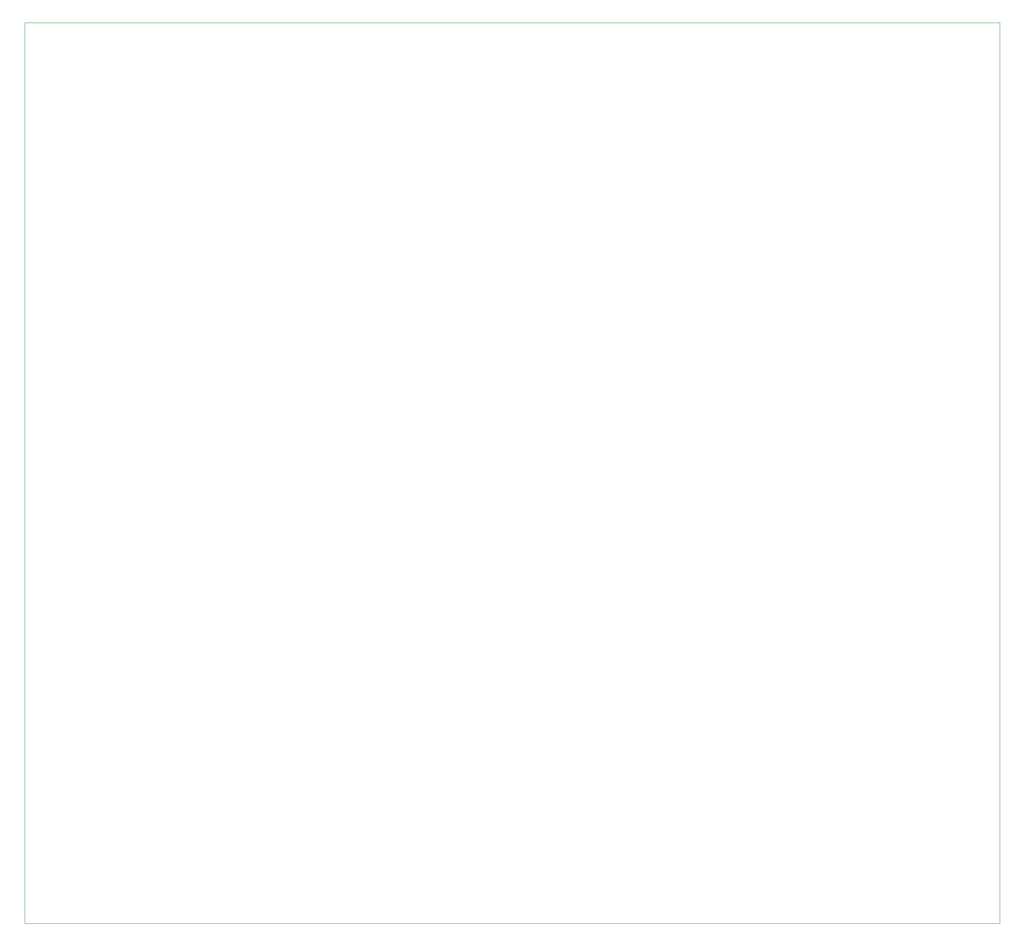
<source format=gbr>
%TF.GenerationSoftware,KiCad,Pcbnew,8.0.6*%
%TF.CreationDate,2025-03-30T13:11:56-03:00*%
%TF.ProjectId,ProtoConn,50726f74-6f43-46f6-9e6e-2e6b69636164,1.0*%
%TF.SameCoordinates,Original*%
%TF.FileFunction,Profile,NP*%
%FSLAX46Y46*%
G04 Gerber Fmt 4.6, Leading zero omitted, Abs format (unit mm)*
G04 Created by KiCad (PCBNEW 8.0.6) date 2025-03-30 13:11:56*
%MOMM*%
%LPD*%
G01*
G04 APERTURE LIST*
%TA.AperFunction,Profile*%
%ADD10C,0.050000*%
%TD*%
G04 APERTURE END LIST*
D10*
X123190000Y-234188000D02*
X123190000Y-48768000D01*
X123190000Y-48768000D02*
X323850000Y-48768000D01*
X323850000Y-234188000D02*
X323850000Y-48768000D01*
X323850000Y-234188000D02*
X123190000Y-234188000D01*
M02*

</source>
